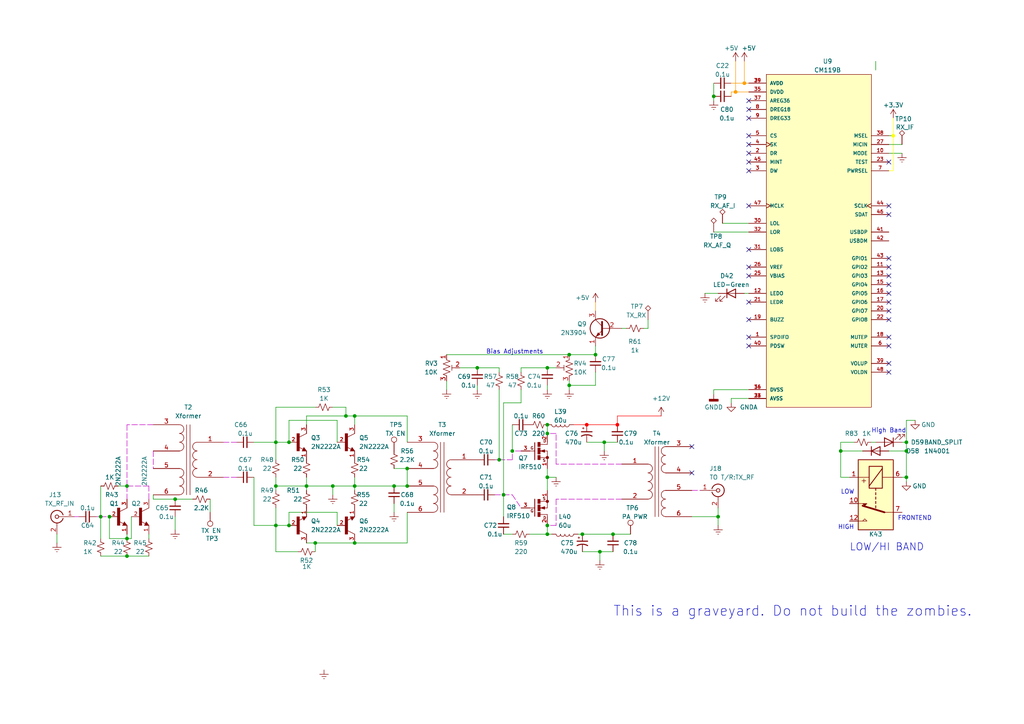
<source format=kicad_sch>
(kicad_sch (version 20231120) (generator "eeschema") (generator_version "8.0")
  (paper "A4")
  (junction (at 243.84 130.81))
  (junction (at 262.89 130.81))
  (junction (at 96.52 140.97))
  (junction (at 391.16 33.02))
  (junction (at 36.83 140.97))
  (junction (at 158.75 123.19))
  (junction (at 158.75 138.43))
  (junction (at 406.4 33.02))
  (junction (at 80.01 128.27))
  (junction (at 179.07 123.19) (color 255 0 0 1))
  (junction (at 36.83 161.29))
  (junction (at 158.75 154.94))
  (junction (at 148.59 130.81))
  (junction (at 83.82 152.4))
  (junction (at 259.08 39.37) (color 255 255 0 1))
  (junction (at 80.01 140.97))
  (junction (at 102.87 157.48))
  (junction (at 158.75 152.4))
  (junction (at 262.89 128.27))
  (junction (at 175.26 128.27))
  (junction (at 138.43 106.68))
  (junction (at 102.87 120.65))
  (junction (at 114.3 140.97))
  (junction (at 165.1 111.76))
  (junction (at 118.11 140.97))
  (junction (at 215.9 24.13) (color 255 153 0 1))
  (junction (at 29.21 149.86))
  (junction (at 100.33 120.65))
  (junction (at 406.4 40.64))
  (junction (at 102.87 140.97))
  (junction (at 213.36 26.67) (color 255 153 0 1))
  (junction (at 342.9 49.53))
  (junction (at 172.72 102.87))
  (junction (at 170.18 123.19) (color 255 0 0 1))
  (junction (at 31.75 149.86))
  (junction (at 208.28 149.86))
  (junction (at 177.8 154.94))
  (junction (at 165.1 102.87))
  (junction (at 350.52 30.48))
  (junction (at 262.89 138.43))
  (junction (at 36.83 156.21))
  (junction (at 91.44 157.48))
  (junction (at 173.99 160.02))
  (junction (at 50.8 144.78))
  (junction (at 168.91 154.94))
  (junction (at 118.11 135.89))
  (junction (at 350.52 49.53))
  (junction (at 158.75 125.73))
  (junction (at 88.9 140.97))
  (junction (at 146.05 143.51))
  (junction (at 144.78 133.35))
  (junction (at 83.82 128.27))
  (junction (at 207.01 27.94))
  (junction (at 414.838 241.241))
  (junction (at 80.01 152.4))
  (junction (at 158.75 106.68))
  (junction (at 424.18 33.02))
  (no_connect (at 257.81 77.47))
  (no_connect (at 257.81 74.93))
  (no_connect (at 257.81 85.09))
  (no_connect (at 200.66 129.54))
  (no_connect (at 217.17 97.79))
  (no_connect (at 217.17 29.21))
  (no_connect (at 257.81 46.99))
  (no_connect (at 257.81 59.69))
  (no_connect (at 217.17 92.71))
  (no_connect (at 217.17 77.47))
  (no_connect (at 257.81 97.79))
  (no_connect (at 217.17 49.53))
  (no_connect (at 217.17 41.91))
  (no_connect (at 217.17 44.45))
  (no_connect (at 257.81 92.71))
  (no_connect (at 217.17 100.33))
  (no_connect (at 257.81 90.17))
  (no_connect (at 217.17 46.99))
  (no_connect (at 257.81 82.55))
  (no_connect (at 217.17 72.39))
  (no_connect (at 257.81 105.41))
  (no_connect (at 217.17 31.75))
  (no_connect (at 257.81 62.23))
  (no_connect (at 217.17 59.69))
  (no_connect (at 257.81 80.01))
  (no_connect (at 217.17 34.29))
  (no_connect (at 257.81 87.63))
  (no_connect (at 217.17 80.01))
  (no_connect (at 257.81 100.33))
  (no_connect (at 200.66 137.16))
  (no_connect (at 257.81 107.95))
  (no_connect (at 217.17 39.37))
  (no_connect (at 217.17 87.63))
  (wire (pts (xy 217.17 85.09) (xy 215.9 85.09)))
  (wire (pts (xy 88.9 140.97) (xy 88.9 142.24)))
  (wire (pts (xy 406.4 40.64) (xy 406.4 43.18)) (stroke (width 0) (type dash) (color 0 255 255 1)))
  (wire (pts (xy 355.148 243.781) (xy 355.148 246.321)))
  (wire (pts (xy 406.4 33.02) (xy 402.59 33.02)) (stroke (width 0) (type dash) (color 0 255 255 1)))
  (wire (pts (xy 424.18 40.64) (xy 406.4 40.64)) (stroke (width 0) (type dash) (color 0 255 255 1)))
  (wire (pts (xy 36.83 156.21) (xy 36.83 154.94)))
  (wire (pts (xy 257.81 39.37) (xy 259.08 39.37)))
  (wire (pts (xy 88.9 138.43) (xy 88.9 140.97)))
  (wire (pts (xy 118.11 120.65) (xy 102.87 120.65)))
  (wire (pts (xy 262.89 121.92) (xy 262.89 128.27)))
  (wire (pts (xy 146.05 116.84) (xy 151.13 116.84)))
  (wire (pts (xy 146.05 154.94) (xy 148.59 154.94)))
  (wire (pts (xy 414.838 260.291) (xy 414.838 265.371)))
  (wire (pts (xy 378.46 26.67) (xy 378.46 48.26)) (stroke (width 0) (type dash) (color 132 0 132 1)))
  (wire (pts (xy 342.9 30.48) (xy 342.9 31.75)))
  (wire (pts (xy 350.52 46.99) (xy 350.52 49.53)))
  (wire (pts (xy 262.89 139.7) (xy 262.89 138.43)))
  (wire (pts (xy 217.17 26.67) (xy 213.36 26.67)) (stroke (width 0) (color 255 153 0 1)))
  (wire (pts (xy 151.13 106.68) (xy 158.75 106.68)))
  (wire (pts (xy 212.09 26.67) (xy 212.09 27.94)) (stroke (width 0) (color 255 153 0 1)))
  (wire (pts (xy 16.51 154.94) (xy 16.51 157.48)))
  (wire (pts (xy 207.01 113.03) (xy 207.01 114.3)))
  (wire (pts (xy 21.59 149.86) (xy 22.86 149.86)) (stroke (width 0) (type dash) (color 194 0 194 1)))
  (wire (pts (xy 207.01 27.94) (xy 207.01 29.21)))
  (wire (pts (xy 350.52 31.75) (xy 350.52 30.48)))
  (wire (pts (xy 217.17 115.57) (xy 212.09 115.57)))
  (wire (pts (xy 414.838 241.241) (xy 419.918 241.241)))
  (wire (pts (xy 44.45 123.19) (xy 36.83 123.19)) (stroke (width 0) (type dash) (color 194 0 194 1)))
  (wire (pts (xy 158.75 154.94) (xy 160.02 154.94)))
  (wire (pts (xy 148.59 123.19) (xy 148.59 130.81)))
  (wire (pts (xy 114.3 140.97) (xy 102.87 140.97)))
  (wire (pts (xy 118.11 128.27) (xy 118.11 120.65)))
  (wire (pts (xy 100.33 120.65) (xy 102.87 120.65)))
  (wire (pts (xy 158.75 135.89) (xy 158.75 138.43)))
  (wire (pts (xy 212.09 115.57) (xy 212.09 116.84)))
  (wire (pts (xy 414.838 237.431) (xy 414.838 241.241)))
  (wire (pts (xy 165.1 110.49) (xy 165.1 111.76)))
  (wire (pts (xy 327.66 49.53) (xy 342.9 49.53)))
  (wire (pts (xy 102.87 140.97) (xy 102.87 142.24)))
  (wire (pts (xy 208.28 147.32) (xy 208.28 149.86)))
  (wire (pts (xy 91.44 157.48) (xy 102.87 157.48)))
  (wire (pts (xy 43.18 140.97) (xy 36.83 140.97)) (stroke (width 0) (type dash) (color 194 0 194 1)))
  (wire (pts (xy 161.29 152.4) (xy 158.75 152.4)) (stroke (width 0) (type dash) (color 194 0 194 1)))
  (wire (pts (xy 50.8 144.78) (xy 55.88 144.78)))
  (wire (pts (xy 151.13 107.95) (xy 151.13 106.68)))
  (wire (pts (xy 80.01 152.4) (xy 83.82 152.4)))
  (wire (pts (xy 129.54 110.49) (xy 129.54 113.03)))
  (wire (pts (xy 179.07 120.65) (xy 179.07 123.19)) (stroke (width 0) (color 255 0 0 1)))
  (wire (pts (xy 100.33 118.11) (xy 100.33 120.65)))
  (polyline (pts (xy 333.558 217.111) (xy 426.268 217.111)))
  (wire (pts (xy 148.59 143.51) (xy 151.13 147.32)) (stroke (width 0) (type dash) (color 194 0 194 1)))
  (wire (pts (xy 64.77 138.43) (xy 68.58 138.43)) (stroke (width 0) (type dash) (color 194 0 194 1)))
  (wire (pts (xy 424.18 29.21) (xy 363.22 29.21)) (stroke (width 0) (type dash) (color 0 255 255 1)))
  (wire (pts (xy 102.87 138.43) (xy 102.87 140.97)))
  (wire (pts (xy 50.8 149.86) (xy 50.8 153.67)))
  (wire (pts (xy 373.38 30.48) (xy 391.16 30.48)) (stroke (width 0) (type dash) (color 0 255 255 1)))
  (wire (pts (xy 144.78 133.35) (xy 148.59 133.35)) (stroke (width 0) (type dash) (color 194 0 194 1)))
  (wire (pts (xy 36.83 156.21) (xy 38.1 156.21)))
  (wire (pts (xy 148.59 133.35) (xy 148.59 130.81)) (stroke (width 0) (type dash) (color 194 0 194 1)))
  (wire (pts (xy 213.36 17.78) (xy 213.36 26.67)) (stroke (width 0) (color 255 153 0 1)))
  (wire (pts (xy 243.84 130.81) (xy 243.84 138.43)))
  (wire (pts (xy 261.62 138.43) (xy 262.89 138.43)))
  (wire (pts (xy 73.66 152.4) (xy 80.01 152.4)))
  (wire (pts (xy 146.05 143.51) (xy 146.05 149.86)))
  (wire (pts (xy 80.01 147.32) (xy 80.01 152.4)))
  (wire (pts (xy 200.66 149.86) (xy 208.28 149.86)))
  (wire (pts (xy 29.21 149.86) (xy 27.94 149.86)) (stroke (width 0) (type dash) (color 194 0 194 1)))
  (wire (pts (xy 252.73 128.27) (xy 254 128.27)))
  (wire (pts (xy 73.66 138.43) (xy 73.66 152.4)))
  (wire (pts (xy 80.01 152.4) (xy 80.01 160.02)))
  (wire (pts (xy 414.838 248.861) (xy 414.838 252.671)))
  (wire (pts (xy 96.52 143.51) (xy 96.52 140.97)))
  (wire (pts (xy 391.16 30.48) (xy 391.16 33.02)) (stroke (width 0) (type dash) (color 0 255 255 1)))
  (wire (pts (xy 114.3 135.89) (xy 118.11 135.89)))
  (wire (pts (xy 43.18 156.21) (xy 43.18 154.94)))
  (wire (pts (xy 217.17 64.77) (xy 209.55 64.77)))
  (wire (pts (xy 168.91 160.02) (xy 173.99 160.02)))
  (wire (pts (xy 143.51 143.51) (xy 146.05 143.51)) (stroke (width 0) (type dash) (color 194 0 194 1)))
  (wire (pts (xy 64.77 128.27) (xy 68.58 128.27)) (stroke (width 0) (type dash) (color 194 0 194 1)))
  (polyline (pts (xy 333.558 217.111) (xy 333.558 307.281)))
  (wire (pts (xy 173.99 160.02) (xy 177.8 160.02)))
  (wire (pts (xy 146.05 116.84) (xy 146.05 143.51)))
  (wire (pts (xy 88.9 123.19) (xy 88.9 120.65)))
  (wire (pts (xy 158.75 152.4) (xy 158.75 154.94)))
  (wire (pts (xy 262.89 121.92) (xy 265.43 121.92)))
  (wire (pts (xy 243.84 138.43) (xy 246.38 138.43)))
  (wire (pts (xy 257.81 130.81) (xy 262.89 130.81)))
  (wire (pts (xy 187.96 92.71) (xy 187.96 95.25)))
  (wire (pts (xy 215.9 24.13) (xy 212.09 24.13)) (stroke (width 0) (color 255 153 0 1)))
  (wire (pts (xy 165.1 111.76) (xy 165.1 113.03)))
  (wire (pts (xy 151.13 130.81) (xy 148.59 130.81)) (stroke (width 0) (type dash) (color 194 0 194 1)))
  (wire (pts (xy 342.9 36.83) (xy 342.9 39.37)))
  (wire (pts (xy 165.1 102.87) (xy 172.72 102.87)))
  (wire (pts (xy 158.75 123.19) (xy 158.75 125.73)))
  (wire (pts (xy 97.79 121.92) (xy 83.82 121.92)))
  (wire (pts (xy 172.72 100.33) (xy 172.72 102.87)))
  (wire (pts (xy 143.51 133.35) (xy 144.78 133.35)) (stroke (width 0) (type dash) (color 194 0 194 1)))
  (wire (pts (xy 406.4 40.64) (xy 391.16 40.64)) (stroke (width 0) (type dash) (color 0 255 255 1)))
  (wire (pts (xy 166.37 123.19) (xy 170.18 123.19)) (stroke (width 0) (color 255 0 0 1)))
  (wire (pts (xy 161.29 134.62) (xy 161.29 125.73)) (stroke (width 0) (type dash) (color 194 0 194 1)))
  (wire (pts (xy 180.34 134.62) (xy 161.29 134.62)) (stroke (width 0) (type dash) (color 194 0 194 1)))
  (wire (pts (xy 38.1 149.86) (xy 38.1 156.21)))
  (wire (pts (xy 243.84 128.27) (xy 247.65 128.27)))
  (wire (pts (xy 80.01 118.11) (xy 80.01 128.27)))
  (wire (pts (xy 80.01 138.43) (xy 80.01 140.97)))
  (wire (pts (xy 36.83 123.19) (xy 36.83 140.97)) (stroke (width 0) (type dash) (color 194 0 194 1)))
  (wire (pts (xy 88.9 157.48) (xy 91.44 157.48)))
  (wire (pts (xy 215.9 17.78) (xy 215.9 24.13)) (stroke (width 0) (color 255 153 0 1)))
  (wire (pts (xy 350.52 30.48) (xy 342.9 30.48)))
  (wire (pts (xy 259.08 34.29) (xy 259.08 39.37)) (stroke (width 0) (color 255 255 0 1)))
  (wire (pts (xy 261.62 128.27) (xy 262.89 128.27)))
  (wire (pts (xy 217.17 24.13) (xy 215.9 24.13)) (stroke (width 0) (color 255 153 0 1)))
  (wire (pts (xy 60.96 144.78) (xy 60.96 148.59)))
  (polyline (pts (xy 333.558 307.281) (xy 426.268 307.281)))
  (wire (pts (xy 208.28 85.09) (xy 204.47 85.09)))
  (wire (pts (xy 208.28 149.86) (xy 208.28 152.4)))
  (wire (pts (xy 378.008 272.991) (xy 378.008 275.531)))
  (wire (pts (xy 129.54 102.87) (xy 165.1 102.87)))
  (wire (pts (xy 97.79 148.59) (xy 97.79 152.4)))
  (wire (pts (xy 34.29 140.97) (xy 36.83 140.97)))
  (wire (pts (xy 170.18 123.19) (xy 179.07 123.19)) (stroke (width 0) (color 255 0 0 1)))
  (wire (pts (xy 73.66 128.27) (xy 80.01 128.27)))
  (wire (pts (xy 411.48 33.02) (xy 406.4 33.02)) (stroke (width 0) (type dash) (color 0 255 255 1)))
  (wire (pts (xy 80.01 160.02) (xy 86.36 160.02)))
  (wire (pts (xy 80.01 140.97) (xy 80.01 142.24)))
  (wire (pts (xy 161.29 144.78) (xy 161.29 152.4)) (stroke (width 0) (type dash) (color 194 0 194 1)))
  (wire (pts (xy 373.38 30.48) (xy 373.38 31.75)) (stroke (width 0) (type dash) (color 0 255 255 1)))
  (wire (pts (xy 175.26 130.81) (xy 175.26 128.27)))
  (wire (pts (xy 177.8 154.94) (xy 182.88 154.94)))
  (wire (pts (xy 96.52 118.11) (xy 100.33 118.11)))
  (wire (pts (xy 168.91 154.94) (xy 177.8 154.94)))
  (wire (pts (xy 144.78 113.03) (xy 144.78 133.35)))
  (wire (pts (xy 243.84 130.81) (xy 243.84 128.27)))
  (wire (pts (xy 29.21 149.86) (xy 31.75 149.86)) (stroke (width 0) (type dash) (color 194 0 194 1)))
  (wire (pts (xy 83.82 148.59) (xy 97.79 148.59)))
  (wire (pts (xy 172.72 111.76) (xy 165.1 111.76)))
  (wire (pts (xy 44.45 143.51) (xy 44.45 144.78)))
  (wire (pts (xy 118.11 135.89) (xy 118.11 140.97)))
  (wire (pts (xy 257.81 49.53) (xy 259.08 49.53)) (stroke (width 0) (color 255 255 0 1)))
  (wire (pts (xy 167.64 154.94) (xy 168.91 154.94)))
  (wire (pts (xy 151.13 113.03) (xy 151.13 116.84)))
  (wire (pts (xy 200.66 142.24) (xy 203.2 142.24)) (stroke (width 0) (type dash) (color 194 0 194 1)))
  (wire (pts (xy 368.3 30.48) (xy 358.14 30.48)) (stroke (width 0) (type dash) (color 194 0 194 1)))
  (wire (pts (xy 80.01 140.97) (xy 88.9 140.97)))
  (wire (pts (xy 158.75 111.76) (xy 158.75 113.03)))
  (wire (pts (xy 257.81 44.45) (xy 261.62 44.45)))
  (wire (pts (xy 363.22 31.75) (xy 363.22 29.21)) (stroke (width 0) (type dash) (color 0 255 255 1)))
  (wire (pts (xy 175.26 128.27) (xy 179.07 128.27)))
  (wire (pts (xy 102.87 120.65) (xy 102.87 123.19)))
  (wire (pts (xy 91.44 157.48) (xy 91.44 160.02)))
  (wire (pts (xy 31.75 156.21) (xy 36.83 156.21)))
  (wire (pts (xy 97.79 121.92) (xy 97.79 128.27)))
  (wire (pts (xy 80.01 128.27) (xy 83.82 128.27)))
  (wire (pts (xy 118.11 157.48) (xy 102.87 157.48)))
  (wire (pts (xy 259.08 39.37) (xy 259.08 49.53)) (stroke (width 0) (color 255 255 0 1)))
  (wire (pts (xy 138.43 111.76) (xy 138.43 113.03)))
  (wire (pts (xy 207.01 113.03) (xy 217.17 113.03)))
  (wire (pts (xy 180.34 144.78) (xy 161.29 144.78)) (stroke (width 0) (type dash) (color 194 0 194 1)))
  (wire (pts (xy 29.21 149.86) (xy 29.21 156.21)))
  (wire (pts (xy 158.75 138.43) (xy 158.75 142.24)))
  (wire (pts (xy 181.61 95.25) (xy 180.34 95.25)))
  (polyline (pts (xy 426.268 307.281) (xy 426.268 217.111)))
  (wire (pts (xy 213.36 26.67) (xy 212.09 26.67)) (stroke (width 0) (color 255 153 0 1)))
  (wire (pts (xy 118.11 148.59) (xy 118.11 157.48)))
  (wire (pts (xy 257.81 41.91) (xy 261.62 41.91)))
  (wire (pts (xy 133.35 106.68) (xy 138.43 106.68)))
  (wire (pts (xy 368.3 31.75) (xy 368.3 30.48)) (stroke (width 0) (type dash) (color 194 0 194 1)))
  (wire (pts (xy 378.46 48.26) (xy 370.84 48.26)) (stroke (width 0) (type dash) (color 194 0 194 1)))
  (wire (pts (xy 243.84 130.81) (xy 250.19 130.81)))
  (wire (pts (xy 262.89 130.81) (xy 262.89 138.43)))
  (wire (pts (xy 158.75 106.68) (xy 161.29 106.68)))
  (wire (pts (xy 254 17.78) (xy 254 20.32)))
  (wire (pts (xy 172.72 107.95) (xy 172.72 111.76)))
  (wire (pts (xy 158.75 154.94) (xy 153.67 154.94)))
  (wire (pts (xy 29.21 161.29) (xy 36.83 161.29)))
  (wire (pts (xy 158.75 138.43) (xy 161.29 138.43)))
  (wire (pts (xy 170.18 128.27) (xy 175.26 128.27)))
  (wire (pts (xy 424.18 33.02) (xy 416.56 33.02)) (stroke (width 0) (type dash) (color 0 255 255 1)))
  (wire (pts (xy 44.45 144.78) (xy 50.8 144.78)))
  (wire (pts (xy 91.44 118.11) (xy 80.01 118.11)))
  (wire (pts (xy 424.18 29.21) (xy 424.18 33.02)) (stroke (width 0) (type dash) (color 0 255 255 1)))
  (wire (pts (xy 191.77 120.65) (xy 179.07 120.65)) (stroke (width 0) (color 255 0 0 1)))
  (wire (pts (xy 43.18 144.78) (xy 43.18 140.97)) (stroke (width 0) (type dash) (color 194 0 194 1)))
  (wire (pts (xy 187.96 95.25) (xy 186.69 95.25)))
  (wire (pts (xy 144.78 107.95) (xy 144.78 106.68)))
  (wire (pts (xy 31.75 149.86) (xy 31.75 156.21)))
  (wire (pts (xy 36.83 140.97) (xy 36.83 144.78)) (stroke (width 0) (type dash) (color 194 0 194 1)))
  (wire (pts (xy 118.11 140.97) (xy 114.3 140.97)))
  (wire (pts (xy 29.21 140.97) (xy 29.21 149.86)))
  (wire (pts (xy 370.84 48.26) (xy 370.84 46.99)) (stroke (width 0) (type dash) (color 255 0 255 1)))
  (wire (pts (xy 262.89 128.27) (xy 262.89 130.81)))
  (wire (pts (xy 350.52 49.53) (xy 342.9 49.53)))
  (wire (pts (xy 161.29 125.73) (xy 158.75 125.73)) (stroke (width 0) (type dash) (color 194 0 194 1)))
  (wire (pts (xy 358.14 30.48) (xy 358.14 31.75)) (stroke (width 0) (type dash) (color 194 0 194 1)))
  (wire (pts (xy 144.78 106.68) (xy 138.43 106.68)))
  (wire (pts (xy 88.9 140.97) (xy 96.52 140.97)))
  (wire (pts (xy 342.9 46.99) (xy 342.9 49.53)))
  (wire (pts (xy 173.99 162.56) (xy 173.99 160.02)))
  (wire (pts (xy 88.9 120.65) (xy 100.33 120.65)))
  (wire (pts (xy 114.3 146.05) (xy 114.3 148.59)))
  (wire (pts (xy 217.17 67.31) (xy 207.01 67.31)))
  (wire (pts (xy 96.52 140.97) (xy 102.87 140.97)))
  (wire (pts (xy 172.72 87.63) (xy 172.72 90.17)) (stroke (width 0) (color 255 153 0 1)))
  (wire (pts (xy 83.82 148.59) (xy 83.82 152.4)))
  (wire (pts (xy 146.05 143.51) (xy 148.59 143.51)) (stroke (width 0) (type dash) (color 194 0 194 1)))
  (wire (pts (xy 397.51 33.02) (xy 391.16 33.02)) (stroke (width 0) (type dash) (color 0 255 255 1)))
  (wire (pts (xy 83.82 121.92) (xy 83.82 128.27)))
  (wire (pts (xy 36.83 161.29) (xy 43.18 161.29)))
  (wire (pts (xy 207.01 24.13) (xy 207.01 27.94)))
  (wire (pts (xy 80.01 128.27) (xy 80.01 133.35)))
  (wire (pts (xy 44.45 130.81) (xy 44.45 135.89)) (stroke (width 0) (type dash) (color 194 0 194 1)))
  (wire (pts (xy 414.838 241.241) (xy 414.838 243.781)))
  (text "FRONTEND" (at 260.35 151.13 0) (effects (font (size 1.27 1.27)) (justify left bottom)))
  (text "High Band" (at 252.73 125.73 0) (effects (font (size 1.27 1.27)) (justify left bottom)))
  (text "TX Watchdog" (at 364.038 224.731 0) (effects (font (size 5 5)) (justify left bottom)))
  (text "LOW/HI BAND" (at 246.38 160.02 0) (effects (font (size 2.1 2.1)) (justify left bottom)))
  (text "To prevent runaway TX, require host CPU to \ntoggle WD pin >100ms, before timeout.\nThis should be rather lengthy, perhaps 5-10 \nminutes, as it will define the maximum\nallowed TX time in self-hosted modes.\n\nThis should have a direct unmuxed GPIO pin" (at 381.818 307.281 0) (effects (font (size 1.27 1.27)) (justify left bottom)))
  (text "Bias Adjustments" (at 140.97 102.87 0) (effects (font (size 1.27 1.27)) (justify left bottom)))
  (text "MW HPF\n>1.7Mhz" (at 410.21 26.67 0) (effects (font (size 2.1 2.1)) (justify left bottom)))
  (text "WDT Triggered" (at 400.233 253.306 0) (effects (font (size 1.27 1.27)) (justify left bottom)))
  (text "This is a graveyard. Do not build the zombies." (at 177.8 179.07 0) (effects (font (size 2.9 2.9)) (justify left bottom)))
  (text "Fine Adjust" (at 358.958 243.781 0) (effects (font (size 1.27 1.27)) (justify left bottom)))
  (text "LOW" (at 243.84 143.51 0) (effects (font (size 1.27 1.27)) (justify left bottom)))
  (text "HIGH" (at 243.022 153.729 0) (effects (font (size 1.27 1.27)) (justify left bottom)))
  (symbol (lib_id "Relay:EC2-5SNU") (at 360.68 39.37 0) (unit 1)
    (property "Reference" "K44" (at 377.19 38.1 90) (effects (justify right)))
    (property "Value" "EC2-5SNU" (effects (hide yes)))
    (property "Footprint" "Relay_THT:Relay_DPDT_Kemet_EC2" (effects (hide yes)))
    (property "Datasheet" "https://content.kemet.com/datasheets/KEM_R7002_EC2_EE2.pdf" (effects (hide yes)))
  )
  (symbol (lib_id "2N2222A:2N2222A") (at 100.33 128.27 0) (unit 1)
    (property "Reference" "Q5" (at 104.14 126.9999 0) (effects (justify left)))
    (property "Value" "2N2222A" (at 104.14 129.5399 0) (effects (justify left)))
    (property "Footprint" "TO127P584H533-3" (effects (hide yes)))
    (property "PARTREV" "2" (effects (hide yes)))
    (property "STANDARD" "IPC7251" (effects (hide yes)))
    (property "MANUFACTURER" "Microsemi" (effects (hide yes)))
  )
  (symbol (lib_id "Device:LED") (at 342.9 43.18 270) (mirror x) (unit 1)
    (property "Reference" "D60" (at 344.17 38.1 0) (effects (justify right)))
    (property "Value" "MW HPF" (at 339.09 41.91 0) (effects (font (size 1.1 1.1)) (justify right)))
  )
  (symbol (lib_id "power:Earth") (at 207.01 29.21 0) (mirror y) (unit 1)
    (property "Reference" "#PWR0121" (effects (hide yes)))
    (property "Value" "Earth" (effects (hide yes)))
  )
  (symbol (lib_id "Device:R_Small_US") (at 93.98 118.11 90) (unit 1)
    (property "Reference" "R53" (at 93.98 113.03 90))
    (property "Value" "1K" (at 93.98 115.57 90))
    (property "Footprint" "Resistor_THT:R_Axial_DIN0207_L6.3mm_D2.5mm_P2.54mm_Vertical" (effects (hide yes)))
  )
  (symbol (lib_id "Device:C_Small") (at 414.02 33.02 270) (mirror x) (unit 1)
    (property "Reference" "C140" (at 416.56 35.56 0))
    (property "Value" "1.3n" (at 414.02 36.83 0))
  )
  (symbol (lib_id "Device:R_Small_US") (at 58.42 144.78 90) (unit 1)
    (property "Reference" "R46" (at 58.42 142.24 90))
    (property "Value" "2.2K" (at 58.42 147.32 90))
    (property "Footprint" "Resistor_THT:R_Axial_DIN0207_L6.3mm_D2.5mm_P2.54mm_Vertical" (effects (hide yes)))
  )
  (symbol (lib_id "Device:R_Small_US") (at 184.15 95.25 270) (unit 1)
    (property "Reference" "R61" (at 184.15 99.06 90))
    (property "Value" "1k" (at 184.15 101.6 90))
    (property "Footprint" "Resistor_THT:R_Axial_DIN0207_L6.3mm_D2.5mm_P2.54mm_Vertical" (effects (hide yes)))
  )
  (symbol (lib_id "power:+5V") (at 213.36 17.78 0) (mirror y) (unit 1)
    (property "Reference" "#PWR0124" (effects (hide yes)))
    (property "Value" "+5V" (at 212.09 13.97 0))
  )
  (symbol (lib_id "Device:R_Small_US") (at 342.9 34.29 0) (mirror y) (unit 1)
    (property "Reference" "R84" (at 340.36 35.56 90) (effects (justify left)))
    (property "Value" "10k" (at 337.82 35.56 90) (effects (justify left)))
  )
  (symbol (lib_id "power:Earth") (at 50.8 153.67 0) (unit 1)
    (property "Reference" "#PWR0105" (effects (hide yes)))
    (property "Value" "Earth" (effects (hide yes)))
  )
  (symbol (lib_id "Device:Transformer_1P_2S") (at 128.27 138.43 0) (mirror y) (unit 1)
    (property "Reference" "T3" (at 128.27 123.19 0))
    (property "Value" "Xformer" (at 128.27 125.73 0))
  )
  (symbol (lib_id "Device:R_Small_US") (at 114.3 133.35 180) (unit 1)
    (property "Reference" "R56" (at 118.11 130.81 0))
    (property "Value" "2.2K" (at 118.11 133.35 0))
    (property "Footprint" "Resistor_THT:R_Axial_DIN0207_L6.3mm_D2.5mm_P2.54mm_Vertical" (effects (hide yes)))
  )
  (symbol (lib_id "Device:R_Small_US") (at 156.21 123.19 90) (unit 1)
    (property "Reference" "R60" (at 156.21 120.65 90))
    (property "Value" "220" (at 156.21 125.73 90))
    (property "Footprint" "Resistor_THT:R_Axial_DIN0207_L6.3mm_D2.5mm_P2.54mm_Vertical" (effects (hide yes)))
  )
  (symbol (lib_id "Device:C_Small") (at 140.97 133.35 90) (unit 1)
    (property "Reference" "C70" (at 140.97 128.27 90))
    (property "Value" "0.1u" (at 140.97 130.81 90))
    (property "Footprint" "Capacitor_THT:C_Disc_D4.7mm_W2.5mm_P5.00mm" (effects (hide yes)))
  )
  (symbol (lib_id "Device:Transformer_1P_2S") (at 54.61 133.35 0) (mirror y) (unit 1)
    (property "Reference" "T2" (at 54.61 118.11 0))
    (property "Value" "Xformer" (at 54.61 120.65 0))
  )
  (symbol (lib_id "2N2222A:2N2222A") (at 86.36 128.27 0) (unit 1)
    (property "Reference" "Q3" (at 90.17 126.9999 0) (effects (justify left)))
    (property "Value" "2N2222A" (at 90.17 129.5399 0) (effects (justify left)))
    (property "Footprint" "TO127P584H533-3" (effects (hide yes)))
    (property "PARTREV" "2" (effects (hide yes)))
    (property "STANDARD" "IPC7251" (effects (hide yes)))
    (property "MANUFACTURER" "Microsemi" (effects (hide yes)))
  )
  (symbol (lib_id "power:Earth") (at 16.51 157.48 0) (unit 1)
    (property "Reference" "#PWR0100" (effects (hide yes)))
    (property "Value" "Earth" (effects (hide yes)))
  )
  (symbol (lib_id "Connector:TestPoint") (at 60.96 148.59 0) (mirror x) (unit 1)
    (property "Reference" "TP3" (at 59.69 156.21 0) (effects (justify left)))
    (property "Value" "TX EN" (at 58.3165 153.9049 0) (effects (justify left)))
  )
  (symbol (lib_id "Timer:LM555xM") (at 378.008 262.831 0) (unit 1)
    (property "Reference" "U19" (at 380.0274 250.131 0) (effects (justify left)))
    (property "Value" "LM555xM" (at 380.0274 252.671 0) (effects (justify left)))
    (property "Footprint" "Package_SO:SOIC-8_3.9x4.9mm_P1.27mm" (effects (hide yes)))
    (property "Datasheet" "http://www.ti.com/lit/ds/symlink/lm555.pdf" (effects (hide yes)))
  )
  (symbol (lib_id "Device:R_Small_US") (at 36.83 158.75 180) (unit 1)
    (property "Reference" "R44" (at 34.29 157.48 0))
    (property "Value" "22" (at 34.29 160.02 0))
    (property "Footprint" "Resistor_THT:R_Axial_DIN0207_L6.3mm_D2.5mm_P2.54mm_Vertical" (effects (hide yes)))
  )
  (symbol (lib_id "Device:R_Small_US") (at 144.78 110.49 180) (unit 1)
    (property "Reference" "R57" (at 142.24 109.22 0))
    (property "Value" "47" (at 142.24 111.76 0))
    (property "Footprint" "Resistor_THT:R_Axial_DIN0207_L6.3mm_D2.5mm_P2.54mm_Vertical" (effects (hide yes)))
  )
  (symbol (lib_id "power:Earth") (at 161.29 138.43 0) (unit 1)
    (property "Reference" "#PWR0111" (effects (hide yes)))
    (property "Value" "Earth" (effects (hide yes)))
  )
  (symbol (lib_id "Device:C_Small") (at 71.12 138.43 90) (unit 1)
    (property "Reference" "C67" (at 71.12 133.35 90))
    (property "Value" "0.1u" (at 71.12 135.89 90))
    (property "Footprint" "Capacitor_THT:C_Disc_D4.7mm_W2.5mm_P5.00mm" (effects (hide yes)))
  )
  (symbol (lib_id "Device:R_Small_US") (at 80.01 144.78 180) (unit 1)
    (property "Reference" "R49" (at 77.47 142.24 0))
    (property "Value" "22" (at 77.47 144.78 0))
    (property "Footprint" "Resistor_THT:R_Axial_DIN0207_L6.3mm_D2.5mm_P2.54mm_Vertical" (effects (hide yes)))
  )
  (symbol (lib_id "power:+3.3V") (at 259.08 34.29 0) (mirror y) (unit 1)
    (property "Reference" "#PWR0126" (effects (hide yes)))
    (property "Value" "+3.3V" (at 259.08 30.48 0))
  )
  (symbol (lib_id "Device:L_Ferrite") (at 391.16 36.83 0) (mirror y) (unit 1)
    (property "Reference" "L60" (at 394.97 36.83 90) (effects (justify left)))
    (property "Value" "3.9u" (at 393.0649 38.735 90) (effects (justify left)))
  )
  (symbol (lib_id "Device:R_Small_US") (at 43.18 158.75 180) (unit 1)
    (property "Reference" "R45" (at 40.64 157.48 0))
    (property "Value" "22" (at 40.64 160.02 0))
    (property "Footprint" "Resistor_THT:R_Axial_DIN0207_L6.3mm_D2.5mm_P2.54mm_Vertical" (effects (hide yes)))
  )
  (symbol (lib_id "Device:C_Small") (at 71.12 128.27 90) (unit 1)
    (property "Reference" "C66" (at 69.85 123.19 90))
    (property "Value" "0.1u" (at 71.12 125.73 90))
    (property "Footprint" "Capacitor_THT:C_Disc_D4.7mm_W2.5mm_P5.00mm" (effects (hide yes)))
  )
  (symbol (lib_id "Connector:Conn_Coaxial") (at 208.28 142.24 0) (unit 1)
    (property "Reference" "J18" (at 205.74 135.89 0) (effects (justify left)))
    (property "Value" "TO T/R:TX_RF" (at 205.74 138.43 0) (effects (justify left)))
    (property "Datasheet" " ~" (effects (hide yes)))
  )
  (symbol (lib_id "power:Earth") (at 96.52 143.51 0) (unit 1)
    (property "Reference" "#PWR0106" (effects (hide yes)))
    (property "Value" "Earth" (effects (hide yes)))
  )
  (symbol (lib_id "Device:R_Small_US") (at 80.01 135.89 180) (unit 1)
    (property "Reference" "R48" (at 77.47 133.35 0))
    (property "Value" "22" (at 77.47 135.89 0))
    (property "Footprint" "Resistor_THT:R_Axial_DIN0207_L6.3mm_D2.5mm_P2.54mm_Vertical" (effects (hide yes)))
  )
  (symbol (lib_id "power:Earth") (at 138.43 113.03 0) (unit 1)
    (property "Reference" "#PWR0109" (effects (hide yes)))
    (property "Value" "Earth" (effects (hide yes)))
  )
  (symbol (lib_id "Device:R_Potentiometer_Trim_US") (at 129.54 106.68 0) (unit 1)
    (property "Reference" "RV3" (at 127 105.4099 0) (effects (justify right)))
    (property "Value" "10K" (at 127 107.9499 0) (effects (justify right)))
    (property "Footprint" "Potentiometer_THT:Potentiometer_Vishay_T7-YA_Single_Vertical" (effects (hide yes)))
  )
  (symbol (lib_id "Device:C_Small") (at 179.07 125.73 180) (unit 1)
    (property "Reference" "C79" (at 182.88 125.73 0))
    (property "Value" "0.1u" (at 181.61 128.27 0))
    (property "Footprint" "Capacitor_THT:C_Disc_D4.7mm_W2.5mm_P5.00mm" (effects (hide yes)))
  )
  (symbol (lib_id "power:Earth") (at 173.99 162.56 0) (unit 1)
    (property "Reference" "#PWR0114" (effects (hide yes)))
    (property "Value" "Earth" (effects (hide yes)))
  )
  (symbol (lib_id "Device:C_Small") (at 140.97 143.51 90) (unit 1)
    (property "Reference" "C71" (at 140.97 138.43 90))
    (property "Value" "0.1u" (at 140.97 140.97 90))
    (property "Footprint" "Capacitor_THT:C_Disc_D4.7mm_W2.5mm_P5.00mm" (effects (hide yes)))
  )
  (symbol (lib_id "Device:R_Small_US") (at 250.19 128.27 90) (unit 1)
    (property "Reference" "R83" (at 248.92 125.73 90) (effects (justify left)))
    (property "Value" "1K" (at 252.73 125.73 90) (effects (justify left)))
  )
  (symbol (lib_id "power:+5V") (at 215.9 17.78 0) (mirror y) (unit 1)
    (property "Reference" "#PWR0125" (effects (hide yes)))
    (property "Value" "+5V" (at 217.17 13.97 0))
  )
  (symbol (lib_id "power:GND") (at 262.89 139.7 0) (unit 1)
    (property "Reference" "#PWR0213" (effects (hide yes)))
    (property "Value" "GND" (at 266.7 140.97 0))
  )
  (symbol (lib_id "Connector:TestPoint_Alt") (at 207.01 67.31 0) (mirror y) (unit 1)
    (property "Reference" "TP8" (at 209.55 68.58 0) (effects (justify left)))
    (property "Value" "RX_AF_Q" (at 212.09 71.12 0) (effects (justify left)))
  )
  (symbol (lib_id "Device:R_Potentiometer_US") (at 355.148 239.971 270) (unit 1)
    (property "Reference" "RV5" (at 355.148 233.621 90))
    (property "Value" "R_Potentiometer_US" (at 355.148 236.161 90))
  )
  (symbol (lib_id "power:Earth") (at 406.4 43.18 270) (unit 1)
    (property "Reference" "#PWR0218" (effects (hide yes)))
    (property "Value" "Earth" (effects (hide yes)))
  )
  (symbol (lib_id "IRF510:IRF510") (at 156.21 147.32 0) (mirror x) (unit 1)
    (property "Reference" "Q8" (at 146.9437 147.0866 0) (effects (justify left)))
    (property "Value" "IRF510" (at 146.9437 149.6266 0) (effects (justify left)))
    (property "Footprint" "TO220" (effects (hide yes)))
  )
  (symbol (lib_id "power:+12V") (at 191.77 120.65 0) (unit 1)
    (property "Reference" "#PWR0116" (effects (hide yes)))
    (property "Value" "+12V" (at 191.77 115.57 0))
  )
  (symbol (lib_id "Device:L_Ferrite") (at 424.18 36.83 0) (mirror y) (unit 1)
    (property "Reference" "L62" (at 427.99 38.1 90) (effects (justify left)))
    (property "Value" "3.9u" (at 425.45 39.37 90) (effects (justify left)))
  )
  (symbol (lib_id "Device:C_Small") (at 151.13 123.19 90) (unit 1)
    (property "Reference" "C73" (at 151.13 125.73 90))
    (property "Value" "0.1u" (at 151.13 120.65 90))
    (property "Footprint" "Capacitor_THT:C_Disc_D4.7mm_W2.5mm_P5.00mm" (effects (hide yes)))
  )
  (symbol (lib_id "Device:LED") (at 257.81 128.27 180) (unit 1)
    (property "Reference" "D59" (at 264.16 128.27 0) (effects (justify right)))
    (property "Value" "BAND_SPLIT" (at 267.97 128.27 0) (effects (justify right)))
  )
  (symbol (lib_id "Device:C_Small") (at 209.55 27.94 270) (mirror x) (unit 1)
    (property "Reference" "C80" (at 210.82 31.75 90))
    (property "Value" "0.1u" (at 210.82 34.29 90))
    (property "Footprint" "Capacitor_THT:C_Disc_D4.7mm_W2.5mm_P5.00mm" (effects (hide yes)))
  )
  (symbol (lib_id "Connector:Conn_Coaxial") (at 16.51 149.86 0) (mirror y) (unit 1)
    (property "Reference" "J13" (at 17.78 143.51 0) (effects (justify left)))
    (property "Value" "TX_RF_IN" (at 21.59 146.05 0) (effects (justify left)))
    (property "Datasheet" " ~" (effects (hide yes)))
  )
  (symbol (lib_id "Triac_Thyristor:BT169B") (at 414.838 233.621 0) (unit 1)
    (property "Reference" "Q10" (at 411.028 231.081 0))
    (property "Value" "BT169B" (at 409.758 233.621 0))
    (property "Footprint" "Package_TO_SOT_THT:TO-92_Inline" (effects (hide yes)))
    (property "Datasheet" "https://media.digikey.com/pdf/Data%20Sheets/NXP%20PDFs/BT169_Series.pdf" (effects (hide yes)))
  )
  (symbol (lib_id "Device:L") (at 163.83 154.94 270) (unit 1)
    (property "Reference" "L40" (at 163.83 149.86 90))
    (property "Value" "60u" (at 163.83 152.4 90))
  )
  (symbol (lib_id "Device:R_Small_US") (at 102.87 135.89 180) (unit 1)
    (property "Reference" "R54" (at 105.41 133.35 0))
    (property "Value" "22" (at 105.41 135.89 0))
    (property "Footprint" "Resistor_THT:R_Axial_DIN0207_L6.3mm_D2.5mm_P2.54mm_Vertical" (effects (hide yes)))
  )
  (symbol (lib_id "Device:L") (at 162.56 123.19 270) (unit 1)
    (property "Reference" "L39" (at 162.56 119.38 90))
    (property "Value" "60u" (at 162.56 121.92 90))
  )
  (symbol (lib_id "Device:R_Small_US") (at 151.13 110.49 180) (unit 1)
    (property "Reference" "R58" (at 148.59 109.22 0))
    (property "Value" "47" (at 148.59 111.76 0))
    (property "Footprint" "Resistor_THT:R_Axial_DIN0207_L6.3mm_D2.5mm_P2.54mm_Vertical" (effects (hide yes)))
  )
  (symbol (lib_id "power:+12V") (at 350.52 30.48 270) (mirror x) (unit 1)
    (property "Reference" "#PWR0215" (effects (hide yes)))
    (property "Value" "+12V" (at 354.33 30.48 0))
  )
  (symbol (lib_id "power:GNDA") (at 212.09 116.84 0) (mirror y) (unit 1)
    (property "Reference" "#PWR0123" (effects (hide yes)))
    (property "Value" "GNDA" (at 217.17 118.11 0))
  )
  (symbol (lib_id "power:GND") (at 265.43 121.92 0) (mirror y) (unit 1)
    (property "Reference" "#PWR0214" (effects (hide yes)))
    (property "Value" "GND" (at 269.24 123.19 0))
  )
  (symbol (lib_id "2N2222A:2N2222A") (at 34.29 149.86 0) (unit 1)
    (property "Reference" "Q1" (at 31.75 146.05 0) (effects (justify left)))
    (property "Value" "2N2222A" (at 34.29 140.97 90) (effects (justify left)))
    (property "Footprint" "TO127P584H533-3" (effects (hide yes)))
    (property "PARTREV" "2" (effects (hide yes)))
    (property "STANDARD" "IPC7251" (effects (hide yes)))
    (property "MANUFACTURER" "Microsemi" (effects (hide yes)))
  )
  (symbol (lib_id "power:GNDD") (at 207.01 114.3 0) (mirror y) (unit 1)
    (property "Reference" "#PWR0122" (effects (hide yes)))
    (property "Value" "GNDD" (at 207.01 118.11 0))
  )
  (symbol (lib_id "Device:R_Small_US") (at 355.148 248.861 0) (unit 1)
    (property "Reference" "R85" (at 357.688 247.5909 0) (effects (justify left)))
    (property "Value" "R_Small_US" (at 357.688 250.1309 0) (effects (justify left)))
  )
  (symbol (lib_id "Connector:TestPoint_Alt") (at 261.62 41.91 0) (mirror y) (unit 1)
    (property "Reference" "TP10" (at 264.4647 34.4832 0) (effects (justify left)))
    (property "Value" "RX_IF" (at 265.1587 36.8834 0) (effects (justify left)))
  )
  (symbol (lib_id "power:Earth") (at 208.28 152.4 0) (unit 1)
    (property "Reference" "#PWR0117" (effects (hide yes)))
    (property "Value" "Earth" (effects (hide yes)))
  )
  (symbol (lib_id "CM119B:CM119B") (at 237.49 69.85 0) (mirror y) (unit 1)
    (property "Reference" "U9" (at 240.03 17.78 0))
    (property "Value" "CM119B" (at 240.03 20.32 0))
    (property "Footprint" "Package_QFP:TQFP-48_7x7mm_P0.5mm" (effects (hide yes)))
    (property "E1_MIN" "6.9" (effects (hide yes)))
    (property "B_NOM" "0.2" (effects (hide yes)))
    (property "D_MAX" "9.1" (effects (hide yes)))
    (property "D1_NOM" "7.0" (effects (hide yes)))
    (property "E1_NOM" "6.9" (effects (hide yes)))
    (property "A_MAX" "1.6" (effects (hide yes)))
    (property "B_MAX" "0.2" (effects (hide yes)))
    (property "ENOM" "0.5" (effects (hide yes)))
    (property "D_NOM" "9.0" (effects (hide yes)))
    (property "L_MAX" "0.75" (effects (hide yes)))
    (property "D1_MAX" "7.1" (effects (hide yes)))
    (property "D1_MIN" "6.9" (effects (hide yes)))
    (property "E2_NOM" "0.0" (effects (hide yes)))
    (property "D2_NOM" "0.0" (effects (hide yes)))
    (property "PARTREV" "1" (effects (hide yes)))
    (property "E_NOM" "9.0" (effects (hide yes)))
    (property "B_MIN" "0.2" (effects (hide yes)))
    (property "STANDARD" "IPC 7351B" (effects (hide yes)))
    (property "L_NOM" "0.6" (effects (hide yes)))
    (property "MANUFACTURER" "CMEDIA" (effects (hide yes)))
    (property "MAXIMUM_PACKAGE_HEIGHT" "1.6mm" (effects (hide yes)))
    (property "A1_MIN" "0.1" (effects (hide yes)))
    (property "E1_MAX" "6.9" (effects (hide yes)))
    (property "PIN_COUNT_E" "12.0" (effects (hide yes)))
    (property "PIN_COUNT_D" "12.0" (effects (hide yes)))
    (property "E_MIN" "8.9" (effects (hide yes)))
    (property "D_MIN" "8.9" (effects (hide yes)))
    (property "L_MIN" "0.45" (effects (hide yes)))
    (property "E_MAX" "9.1" (effects (hide yes)))
  )
  (symbol (lib_id "Device:C_Small") (at 146.05 152.4 180) (unit 1)
    (property "Reference" "C72" (at 142.24 152.4 0))
    (property "Value" "0.1u" (at 143.51 154.94 0))
    (property "Footprint" "Capacitor_THT:C_Disc_D4.7mm_W2.5mm_P5.00mm" (effects (hide yes)))
  )
  (symbol (lib_id "Device:L_Ferrite") (at 406.4 36.83 0) (mirror y) (unit 1)
    (property "Reference" "L61" (at 410.21 38.1 90) (effects (justify left)))
    (property "Value" "2.2u" (at 407.67 38.1 90) (effects (justify left)))
  )
  (symbol (lib_id "Device:LED") (at 414.838 256.481 90) (unit 1)
    (property "Reference" "D61" (at 408.488 256.481 0))
    (property "Value" "LED" (at 411.028 256.481 0))
  )
  (symbol (lib_id "Transistor_BJT:2N3904") (at 175.26 95.25 0) (mirror y) (unit 1)
    (property "Reference" "Q9" (at 170.18 93.9799 0) (effects (justify left)))
    (property "Value" "2N3904" (at 170.18 96.5199 0) (effects (justify left)))
    (property "Footprint" "Package_TO_SOT_THT:TO-92_Inline" (effects (hide yes)))
    (property "Datasheet" "https://www.onsemi.com/pub/Collateral/2N3903-D.PDF" (effects (hide yes)))
  )
  (symbol (lib_id "power:Earth") (at 350.52 54.61 0) (unit 1)
    (property "Reference" "#PWR0216" (effects (hide yes)))
    (property "Value" "Earth" (effects (hide yes)))
  )
  (symbol (lib_id "power:Earth") (at 204.47 85.09 0) (mirror y) (unit 1)
    (property "Reference" "#PWR0104" (effects (hide yes)))
    (property "Value" "Earth" (effects (hide yes)))
  )
  (symbol (lib_id "Device:R_Small_US") (at 88.9 160.02 90) (unit 1)
    (property "Reference" "R52" (at 88.9 162.56 90))
    (property "Value" "1K" (at 88.9778 164.3426 90))
    (property "Footprint" "Resistor_THT:R_Axial_DIN0207_L6.3mm_D2.5mm_P2.54mm_Vertical" (effects (hide yes)))
  )
  (symbol (lib_id "power:Earth") (at 129.54 113.03 0) (unit 1)
    (property "Reference" "#PWR0108" (effects (hide yes)))
    (property "Value" "Earth" (effects (hide yes)))
  )
  (symbol (lib_id "2N2222A:2N2222A") (at 100.33 152.4 0) (mirror x) (unit 1)
    (property "Reference" "Q6" (at 104.14 151.1299 0) (effects (justify left)))
    (property "Value" "2N2222A" (at 104.14 153.6699 0) (effects (justify left)))
    (property "Footprint" "TO127P584H533-3" (effects (hide yes)))
    (property "PARTREV" "2" (effects (hide yes)))
    (property "STANDARD" "IPC7251" (effects (hide yes)))
    (property "MANUFACTURER" "Microsemi" (effects (hide yes)))
  )
  (symbol (lib_id "Device:R_Small_US") (at 31.75 140.97 270) (unit 1)
    (property "Reference" "R43" (at 30.48 143.51 90) (effects (justify left)))
    (property "Value" "1K" (at 30.48 138.43 90) (effects (justify left)))
    (property "Footprint" "Resistor_THT:R_Axial_DIN0207_L6.3mm_D2.5mm_P2.54mm_Vertical" (effects (hide yes)))
  )
  (symbol (lib_id "Connector:TestPoint_Alt") (at 419.918 241.241 0) (unit 1)
    (property "Reference" "TP11" (at 417.864 233.834 0) (effects (justify left)))
    (property "Value" "WDT Out" (at 417.378 236.161 0) (effects (justify left)))
  )
  (symbol (lib_id "power:GND") (at 378.008 275.531 0) (unit 1)
    (property "Reference" "#PWR0217" (effects (hide yes)))
    (property "Value" "GND" (at 378.008 280.611 0))
  )
  (symbol (lib_id "Device:C_Small") (at 209.55 24.13 270) (mirror x) (unit 1)
    (property "Reference" "C22" (at 209.55 19.05 90))
    (property "Value" "0.1u" (at 209.55 21.59 90))
    (property "Footprint" "Capacitor_THT:C_Disc_D4.7mm_W2.5mm_P5.00mm" (effects (hide yes)))
  )
  (symbol (lib_id "power:GND") (at 414.838 265.371 0) (unit 1)
    (property "Reference" "#PWR0219" (effects (hide yes)))
    (property "Value" "GND" (at 414.838 270.451 0))
  )
  (symbol (lib_id "power:Earth") (at 158.75 113.03 0) (unit 1)
    (property "Reference" "#PWR0110" (effects (hide yes)))
    (property "Value" "Earth" (effects (hide yes)))
  )
  (symbol (lib_id "Connector:TestPoint_Alt") (at 187.96 92.71 0) (unit 1)
    (property "Reference" "TP7" (at 182.88 88.9 0) (effects (justify left)))
    (property "Value" "TX_RX" (at 181.61 91.44 0) (effects (justify left)))
  )
  (symbol (lib_id "Device:LED") (at 212.09 85.09 0) (unit 1)
    (property "Reference" "D42" (at 210.82 80.01 0))
    (property "Value" "LED-Green" (at 212.09 82.55 0))
    (property "Footprint" "LED_SMD:LED_PLCC_2835_Handsoldering" (effects (hide yes)))
  )
  (symbol (lib_id "Connector:TestPoint") (at 114.3 130.81 0) (unit 1)
    (property "Reference" "TP5" (at 113.03 123.19 0) (effects (justify left)))
    (property "Value" "TX EN" (at 111.76 125.73 0) (effects (justify left)))
  )
  (symbol (lib_id "power:+5V") (at 172.72 87.63 0) (unit 1)
    (property "Reference" "#PWR0113" (effects (hide yes)))
    (property "Value" "+5V" (at 168.91 86.36 0))
  )
  (symbol (lib_id "IRF510:IRF510") (at 156.21 130.81 0) (unit 1)
    (property "Reference" "Q7" (at 150.341 132.8735 0) (effects (justify left)))
    (property "Value" "IRF510" (at 150.341 135.4135 0) (effects (justify left)))
    (property "Footprint" "TO220" (effects (hide yes)))
  )
  (symbol (lib_id "power:Earth") (at 175.26 130.81 0) (unit 1)
    (property "Reference" "#PWR0115" (effects (hide yes)))
    (property "Value" "Earth" (effects (hide yes)))
  )
  (symbol (lib_id "power:Earth") (at 93.98 194.31 0) (unit 1)
    (property "Reference" "#PWR0199" (effects (hide yes)))
    (property "Value" "Earth" (effects (hide yes)))
  )
  (symbol (lib_id "Device:R_Small_US") (at 414.838 246.321 0) (unit 1)
    (property "Reference" "R86" (at 409.758 245.051 0) (effects (justify left)))
    (property "Value" "R_Small_US" (at 400.868 247.591 0) (effects (justify left)))
  )
  (symbol (lib_id "Device:C_Small") (at 114.3 143.51 180) (unit 1)
    (property "Reference" "C68" (at 118.11 143.51 0))
    (property "Value" "0.1u" (at 118.11 146.05 0))
    (property "Footprint" "Capacitor_THT:C_Disc_D4.7mm_W2.5mm_P5.00mm" (effects (hide yes)))
  )
  (symbol (lib_id "power:Earth") (at 165.1 113.03 0) (unit 1)
    (property "Reference" "#PWR0112" (effects (hide yes)))
    (property "Value" "Earth" (effects (hide yes)))
  )
  (symbol (lib_id "Device:R_Small_US") (at 88.9 135.89 180) (unit 1)
    (property "Reference" "R50" (at 86.36 133.35 0))
    (property "Value" "22" (at 86.36 135.89 0))
    (property "Footprint" "Resistor_THT:R_Axial_DIN0207_L6.3mm_D2.5mm_P2.54mm_Vertical" (effects (hide yes)))
  )
  (symbol (lib_id "2N2222A:2N2222A") (at 86.36 152.4 0) (mirror x) (unit 1)
    (property "Reference" "Q4" (at 90.17 151.1299 0) (effects (justify left)))
    (property "Value" "2N2222A" (at 90.17 153.6699 0) (effects (justify left)))
    (property "Footprint" "TO127P584H533-3" (effects (hide yes)))
    (property "PARTREV" "2" (effects (hide yes)))
    (property "STANDARD" "IPC7251" (effects (hide yes)))
    (property "MANUFACTURER" "Microsemi" (effects (hide yes)))
  )
  (symbol (lib_id "Device:C_Polarized_Small_US") (at 170.18 125.73 0) (unit 1)
    (property "Reference" "C76" (at 163.83 125.73 0) (effects (justify left)))
    (property "Value" "470u" (at 163.83 128.27 0) (effects (justify left)))
    (property "Footprint" "Capacitor_THT:CP_Radial_D4.0mm_P2.00mm" (effects (hide yes)))
  )
  (symbol (lib_id "Connector:TestPoint_Alt") (at 209.55 64.77 0) (mirror y) (unit 1)
    (property "Reference" "TP9" (at 210.82 57.15 0) (effects (justify left)))
    (property "Value" "RX_AF_I" (at 213.36 59.69 0) (effects (justify left)))
  )
  (symbol (lib_id "Device:C_Small") (at 25.4 149.86 90) (unit 1)
    (property "Reference" "C64" (at 25.4 152.4 90))
    (property "Value" "0.1u" (at 25.4 147.32 90))
    (property "Footprint" "Capacitor_THT:C_Disc_D4.7mm_W2.5mm_P5.00mm" (effects (hide yes)))
  )
  (symbol (lib_id "Connector:TestPoint") (at 182.88 154.94 0) (unit 1)
    (property "Reference" "TP6" (at 181.61 147.32 0) (effects (justify left)))
    (property "Value" "PA PWR" (at 180.34 149.86 0) (effects (justify left)))
  )
  (symbol (lib_id "Device:C_Small") (at 138.43 109.22 180) (unit 1)
    (property "Reference" "C69" (at 134.62 109.22 0))
    (property "Value" "0.1u" (at 135.89 111.76 0))
    (property "Footprint" "Capacitor_THT:C_Disc_D4.7mm_W2.5mm_P5.00mm" (effects (hide yes)))
  )
  (symbol (lib_id "Device:R_Small_US") (at 29.21 158.75 0) (unit 1)
    (property "Reference" "R42" (at 24.13 157.48 0) (effects (justify left)))
    (property "Value" "1K" (at 24.13 160.02 0) (effects (justify left)))
    (property "Footprint" "Resistor_THT:R_Axial_DIN0207_L6.3mm_D2.5mm_P2.54mm_Vertical" (effects (hide yes)))
  )
  (symbol (lib_id "Device:C_Small") (at 158.75 109.22 180) (unit 1)
    (property "Reference" "C74" (at 154.94 109.22 0))
    (property "Value" "0.1u" (at 154.94 111.76 0))
    (property "Footprint" "Capacitor_THT:C_Disc_D4.7mm_W2.5mm_P5.00mm" (effects (hide yes)))
  )
  (symbol (lib_id "Relay:G6E") (at 254 143.51 90) (mirror x) (unit 1)
    (property "Reference" "K43" (at 254 154.94 90))
    (property "Value" "G6E" (effects (hide yes)))
    (property "Footprint" "Relay_THT:Relay_SPDT_Omron_G6E" (effects (hide yes)))
    (property "Datasheet" "https://www.omron.com/ecb/products/pdf/en-g6e.pdf" (effects (hide yes)))
  )
  (symbol (lib_id "power:Earth") (at 261.62 44.45 0) (mirror y) (unit 1)
    (property "Reference" "#PWR0128" (effects (hide yes)))
    (property "Value" "Earth" (effects (hide yes)))
  )
  (symbol (lib_id "Device:C_Small") (at 400.05 33.02 270) (mirror x) (unit 1)
    (property "Reference" "C139" (at 401.32 35.56 0))
    (property "Value" "1.3n" (at 398.78 36.83 0))
  )
  (symbol (lib_id "Device:R_Potentiometer_Trim_US") (at 165.1 106.68 0) (mirror y) (unit 1)
    (property "Reference" "RV4" (at 166.37 105.4099 0) (effects (justify right)))
    (property "Value" "10K" (at 166.37 107.9499 0) (effects (justify right)))
    (property "Footprint" "Potentiometer_THT:Potentiometer_Vishay_T7-YA_Single_Vertical" (effects (hide yes)))
  )
  (symbol (lib_id "2N2222A:2N2222A") (at 40.64 149.86 0) (unit 1)
    (property "Reference" "Q2" (at 38.1 146.05 0) (effects (justify left)))
    (property "Value" "2N2222A" (at 41.91 140.97 90) (effects (justify left)))
    (property "Footprint" "TO127P584H533-3" (effects (hide yes)))
    (property "PARTREV" "2" (effects (hide yes)))
    (property "STANDARD" "IPC7251" (effects (hide yes)))
    (property "MANUFACTURER" "Microsemi" (effects (hide yes)))
  )
  (symbol (lib_id "Device:R_Small_US") (at 102.87 144.78 180) (unit 1)
    (property "Reference" "R55" (at 105.41 143.51 0))
    (property "Value" "22" (at 105.41 146.05 0))
    (property "Footprint" "Resistor_THT:R_Axial_DIN0207_L6.3mm_D2.5mm_P2.54mm_Vertical" (effects (hide yes)))
  )
  (symbol (lib_id "Device:C_Small") (at 177.8 157.48 180) (unit 1)
    (property "Reference" "C78" (at 182.88 157.48 0))
    (property "Value" "0.1u" (at 182.88 160.02 0))
    (property "Footprint" "Capacitor_THT:C_Disc_D4.7mm_W2.5mm_P5.00mm" (effects (hide yes)))
  )
  (symbol (lib_id "Device:Transformer_1P_2S") (at 190.5 139.7 0) (unit 1)
    (property "Reference" "T4" (at 190.5 125.73 0))
    (property "Value" "Xformer" (at 190.5 128.27 0))
  )
  (symbol (lib_id "Device:C_Small") (at 50.8 147.32 180) (unit 1)
    (property "Reference" "C65" (at 46.99 147.32 0))
    (property "Value" "0.1u" (at 48.26 149.86 0))
    (property "Footprint" "Capacitor_THT:C_Disc_D4.7mm_W2.5mm_P5.00mm" (effects (hide yes)))
  )
  (symbol (lib_id "Device:R_Small_US") (at 88.9 144.78 180) (unit 1)
    (property "Reference" "R51" (at 85.09 142.24 0))
    (property "Value" "22" (at 86.36 144.78 0))
    (property "Footprint" "Resistor_THT:R_Axial_DIN0207_L6.3mm_D2.5mm_P2.54mm_Vertical" (effects (hide yes)))
  )
  (symbol (lib_id "Device:C_Polarized_Small_US") (at 168.91 157.48 0) (unit 1)
    (property "Reference" "C75" (at 162.56 157.48 0) (effects (justify left)))
    (property "Value" "470u" (at 162.56 160.02 0) (effects (justify left)))
    (property "Footprint" "Capacitor_THT:CP_Radial_D4.0mm_P2.00mm" (effects (hide yes)))
  )
  (symbol (lib_id "power:Earth") (at 114.3 148.59 0) (unit 1)
    (property "Reference" "#PWR0107" (effects (hide yes)))
    (property "Value" "Earth" (effects (hide yes)))
  )
  (symbol (lib_id "Device:C_Small") (at 172.72 105.41 180) (unit 1)
    (property "Reference" "C77" (at 176.53 104.14 0))
    (property "Value" "0.1u" (at 176.53 106.68 0))
    (property "Footprint" "Capacitor_THT:C_Disc_D4.7mm_W2.5mm_P5.00mm" (effects (hide yes)))
  )
  (symbol (lib_id "Diode:1N4001") (at 254 130.81 0) (mirror x) (unit 1)
    (property "Reference" "D58" (at 266.7 130.81 0) (effects (justify right)))
    (property "Value" "1N4001" (at 275.59 130.81 0) (effects (justify right)))
    (property "Footprint" "Diode_THT:D_DO-41_SOD81_P10.16mm_Horizontal" (effects (hide yes)))
    (property "Datasheet" "http://www.vishay.com/docs/88503/1n4001.pdf" (effects (hide yes)))
  )
  (symbol (lib_id "Device:C_Small") (at 350.52 52.07 0) (mirror y) (unit 1)
    (property "Reference" "C138" (at 354.33 53.34 0))
    (property "Value" "0.1u" (at 354.33 50.8 0))
    (property "Footprint" "Capacitor_THT:C_Disc_D4.7mm_W2.5mm_P5.00mm" (effects (hide yes)))
  )
  (symbol (lib_id "Device:R_Small_US") (at 151.13 154.94 90) (unit 1)
    (property "Reference" "R59" (at 151.13 157.48 90))
    (property "Value" "220" (at 151.13 160.02 90))
    (property "Footprint" "Resistor_THT:R_Axial_DIN0207_L6.3mm_D2.5mm_P2.54mm_Vertical" (effects (hide yes)))
  )
)
</source>
